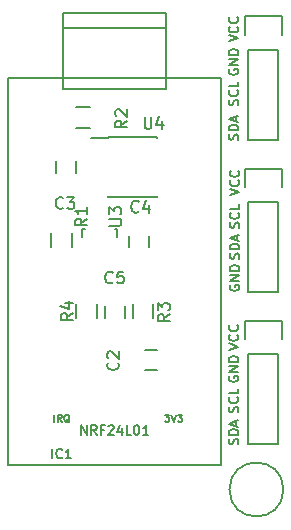
<source format=gto>
G04 #@! TF.FileFunction,Legend,Top*
%FSLAX46Y46*%
G04 Gerber Fmt 4.6, Leading zero omitted, Abs format (unit mm)*
G04 Created by KiCad (PCBNEW 4.0.2-stable) date Lundi 27 juin 2016 03:17:05*
%MOMM*%
G01*
G04 APERTURE LIST*
%ADD10C,0.100000*%
%ADD11C,0.150000*%
%ADD12C,0.200000*%
%ADD13C,0.160000*%
G04 APERTURE END LIST*
D10*
D11*
X52885715Y-68771429D02*
X52885715Y-68171429D01*
X53514286Y-68771429D02*
X53314286Y-68485714D01*
X53171429Y-68771429D02*
X53171429Y-68171429D01*
X53400001Y-68171429D01*
X53457143Y-68200000D01*
X53485715Y-68228571D01*
X53514286Y-68285714D01*
X53514286Y-68371429D01*
X53485715Y-68428571D01*
X53457143Y-68457143D01*
X53400001Y-68485714D01*
X53171429Y-68485714D01*
X54171429Y-68828571D02*
X54114286Y-68800000D01*
X54057143Y-68742857D01*
X53971429Y-68657143D01*
X53914286Y-68628571D01*
X53857143Y-68628571D01*
X53885715Y-68771429D02*
X53828572Y-68742857D01*
X53771429Y-68685714D01*
X53742858Y-68571429D01*
X53742858Y-68371429D01*
X53771429Y-68257143D01*
X53828572Y-68200000D01*
X53885715Y-68171429D01*
X54000001Y-68171429D01*
X54057143Y-68200000D01*
X54114286Y-68257143D01*
X54142858Y-68371429D01*
X54142858Y-68571429D01*
X54114286Y-68685714D01*
X54057143Y-68742857D01*
X54000001Y-68771429D01*
X53885715Y-68771429D01*
X62257142Y-68171429D02*
X62628571Y-68171429D01*
X62428571Y-68400000D01*
X62514285Y-68400000D01*
X62571428Y-68428571D01*
X62599999Y-68457143D01*
X62628571Y-68514286D01*
X62628571Y-68657143D01*
X62599999Y-68714286D01*
X62571428Y-68742857D01*
X62514285Y-68771429D01*
X62342857Y-68771429D01*
X62285714Y-68742857D01*
X62257142Y-68714286D01*
X62800000Y-68171429D02*
X63000000Y-68771429D01*
X63200000Y-68171429D01*
X63342857Y-68171429D02*
X63714286Y-68171429D01*
X63514286Y-68400000D01*
X63600000Y-68400000D01*
X63657143Y-68428571D01*
X63685714Y-68457143D01*
X63714286Y-68514286D01*
X63714286Y-68657143D01*
X63685714Y-68714286D01*
X63657143Y-68742857D01*
X63600000Y-68771429D01*
X63428572Y-68771429D01*
X63371429Y-68742857D01*
X63342857Y-68714286D01*
D12*
X68423810Y-70671428D02*
X68461905Y-70557142D01*
X68461905Y-70366666D01*
X68423810Y-70290476D01*
X68385714Y-70252380D01*
X68309524Y-70214285D01*
X68233333Y-70214285D01*
X68157143Y-70252380D01*
X68119048Y-70290476D01*
X68080952Y-70366666D01*
X68042857Y-70519047D01*
X68004762Y-70595238D01*
X67966667Y-70633333D01*
X67890476Y-70671428D01*
X67814286Y-70671428D01*
X67738095Y-70633333D01*
X67700000Y-70595238D01*
X67661905Y-70519047D01*
X67661905Y-70328571D01*
X67700000Y-70214285D01*
X68461905Y-69871428D02*
X67661905Y-69871428D01*
X67661905Y-69680952D01*
X67700000Y-69566666D01*
X67776190Y-69490475D01*
X67852381Y-69452380D01*
X68004762Y-69414285D01*
X68119048Y-69414285D01*
X68271429Y-69452380D01*
X68347619Y-69490475D01*
X68423810Y-69566666D01*
X68461905Y-69680952D01*
X68461905Y-69871428D01*
X68233333Y-69109523D02*
X68233333Y-68728571D01*
X68461905Y-69185714D02*
X67661905Y-68919047D01*
X68461905Y-68652380D01*
X68423810Y-67952381D02*
X68461905Y-67838095D01*
X68461905Y-67647619D01*
X68423810Y-67571429D01*
X68385714Y-67533333D01*
X68309524Y-67495238D01*
X68233333Y-67495238D01*
X68157143Y-67533333D01*
X68119048Y-67571429D01*
X68080952Y-67647619D01*
X68042857Y-67800000D01*
X68004762Y-67876191D01*
X67966667Y-67914286D01*
X67890476Y-67952381D01*
X67814286Y-67952381D01*
X67738095Y-67914286D01*
X67700000Y-67876191D01*
X67661905Y-67800000D01*
X67661905Y-67609524D01*
X67700000Y-67495238D01*
X68385714Y-66695238D02*
X68423810Y-66733333D01*
X68461905Y-66847619D01*
X68461905Y-66923809D01*
X68423810Y-67038095D01*
X68347619Y-67114286D01*
X68271429Y-67152381D01*
X68119048Y-67190476D01*
X68004762Y-67190476D01*
X67852381Y-67152381D01*
X67776190Y-67114286D01*
X67700000Y-67038095D01*
X67661905Y-66923809D01*
X67661905Y-66847619D01*
X67700000Y-66733333D01*
X67738095Y-66695238D01*
X68461905Y-65971428D02*
X68461905Y-66352381D01*
X67661905Y-66352381D01*
X67700000Y-64909523D02*
X67661905Y-64985714D01*
X67661905Y-65099999D01*
X67700000Y-65214285D01*
X67776190Y-65290476D01*
X67852381Y-65328571D01*
X68004762Y-65366666D01*
X68119048Y-65366666D01*
X68271429Y-65328571D01*
X68347619Y-65290476D01*
X68423810Y-65214285D01*
X68461905Y-65099999D01*
X68461905Y-65023809D01*
X68423810Y-64909523D01*
X68385714Y-64871428D01*
X68119048Y-64871428D01*
X68119048Y-65023809D01*
X68461905Y-64528571D02*
X67661905Y-64528571D01*
X68461905Y-64071428D01*
X67661905Y-64071428D01*
X68461905Y-63690476D02*
X67661905Y-63690476D01*
X67661905Y-63500000D01*
X67700000Y-63385714D01*
X67776190Y-63309523D01*
X67852381Y-63271428D01*
X68004762Y-63233333D01*
X68119048Y-63233333D01*
X68271429Y-63271428D01*
X68347619Y-63309523D01*
X68423810Y-63385714D01*
X68461905Y-63500000D01*
X68461905Y-63690476D01*
X67661905Y-62666667D02*
X68461905Y-62400000D01*
X67661905Y-62133333D01*
X68385714Y-61409524D02*
X68423810Y-61447619D01*
X68461905Y-61561905D01*
X68461905Y-61638095D01*
X68423810Y-61752381D01*
X68347619Y-61828572D01*
X68271429Y-61866667D01*
X68119048Y-61904762D01*
X68004762Y-61904762D01*
X67852381Y-61866667D01*
X67776190Y-61828572D01*
X67700000Y-61752381D01*
X67661905Y-61638095D01*
X67661905Y-61561905D01*
X67700000Y-61447619D01*
X67738095Y-61409524D01*
X68385714Y-60609524D02*
X68423810Y-60647619D01*
X68461905Y-60761905D01*
X68461905Y-60838095D01*
X68423810Y-60952381D01*
X68347619Y-61028572D01*
X68271429Y-61066667D01*
X68119048Y-61104762D01*
X68004762Y-61104762D01*
X67852381Y-61066667D01*
X67776190Y-61028572D01*
X67700000Y-60952381D01*
X67661905Y-60838095D01*
X67661905Y-60761905D01*
X67700000Y-60647619D01*
X67738095Y-60609524D01*
X67761905Y-49566667D02*
X68561905Y-49300000D01*
X67761905Y-49033333D01*
X68485714Y-48309524D02*
X68523810Y-48347619D01*
X68561905Y-48461905D01*
X68561905Y-48538095D01*
X68523810Y-48652381D01*
X68447619Y-48728572D01*
X68371429Y-48766667D01*
X68219048Y-48804762D01*
X68104762Y-48804762D01*
X67952381Y-48766667D01*
X67876190Y-48728572D01*
X67800000Y-48652381D01*
X67761905Y-48538095D01*
X67761905Y-48461905D01*
X67800000Y-48347619D01*
X67838095Y-48309524D01*
X68485714Y-47509524D02*
X68523810Y-47547619D01*
X68561905Y-47661905D01*
X68561905Y-47738095D01*
X68523810Y-47852381D01*
X68447619Y-47928572D01*
X68371429Y-47966667D01*
X68219048Y-48004762D01*
X68104762Y-48004762D01*
X67952381Y-47966667D01*
X67876190Y-47928572D01*
X67800000Y-47852381D01*
X67761905Y-47738095D01*
X67761905Y-47661905D01*
X67800000Y-47547619D01*
X67838095Y-47509524D01*
X67800000Y-57209523D02*
X67761905Y-57285714D01*
X67761905Y-57399999D01*
X67800000Y-57514285D01*
X67876190Y-57590476D01*
X67952381Y-57628571D01*
X68104762Y-57666666D01*
X68219048Y-57666666D01*
X68371429Y-57628571D01*
X68447619Y-57590476D01*
X68523810Y-57514285D01*
X68561905Y-57399999D01*
X68561905Y-57323809D01*
X68523810Y-57209523D01*
X68485714Y-57171428D01*
X68219048Y-57171428D01*
X68219048Y-57323809D01*
X68561905Y-56828571D02*
X67761905Y-56828571D01*
X68561905Y-56371428D01*
X67761905Y-56371428D01*
X68561905Y-55990476D02*
X67761905Y-55990476D01*
X67761905Y-55800000D01*
X67800000Y-55685714D01*
X67876190Y-55609523D01*
X67952381Y-55571428D01*
X68104762Y-55533333D01*
X68219048Y-55533333D01*
X68371429Y-55571428D01*
X68447619Y-55609523D01*
X68523810Y-55685714D01*
X68561905Y-55800000D01*
X68561905Y-55990476D01*
X68523810Y-52352381D02*
X68561905Y-52238095D01*
X68561905Y-52047619D01*
X68523810Y-51971429D01*
X68485714Y-51933333D01*
X68409524Y-51895238D01*
X68333333Y-51895238D01*
X68257143Y-51933333D01*
X68219048Y-51971429D01*
X68180952Y-52047619D01*
X68142857Y-52200000D01*
X68104762Y-52276191D01*
X68066667Y-52314286D01*
X67990476Y-52352381D01*
X67914286Y-52352381D01*
X67838095Y-52314286D01*
X67800000Y-52276191D01*
X67761905Y-52200000D01*
X67761905Y-52009524D01*
X67800000Y-51895238D01*
X68485714Y-51095238D02*
X68523810Y-51133333D01*
X68561905Y-51247619D01*
X68561905Y-51323809D01*
X68523810Y-51438095D01*
X68447619Y-51514286D01*
X68371429Y-51552381D01*
X68219048Y-51590476D01*
X68104762Y-51590476D01*
X67952381Y-51552381D01*
X67876190Y-51514286D01*
X67800000Y-51438095D01*
X67761905Y-51323809D01*
X67761905Y-51247619D01*
X67800000Y-51133333D01*
X67838095Y-51095238D01*
X68561905Y-50371428D02*
X68561905Y-50752381D01*
X67761905Y-50752381D01*
X68523810Y-54971428D02*
X68561905Y-54857142D01*
X68561905Y-54666666D01*
X68523810Y-54590476D01*
X68485714Y-54552380D01*
X68409524Y-54514285D01*
X68333333Y-54514285D01*
X68257143Y-54552380D01*
X68219048Y-54590476D01*
X68180952Y-54666666D01*
X68142857Y-54819047D01*
X68104762Y-54895238D01*
X68066667Y-54933333D01*
X67990476Y-54971428D01*
X67914286Y-54971428D01*
X67838095Y-54933333D01*
X67800000Y-54895238D01*
X67761905Y-54819047D01*
X67761905Y-54628571D01*
X67800000Y-54514285D01*
X68561905Y-54171428D02*
X67761905Y-54171428D01*
X67761905Y-53980952D01*
X67800000Y-53866666D01*
X67876190Y-53790475D01*
X67952381Y-53752380D01*
X68104762Y-53714285D01*
X68219048Y-53714285D01*
X68371429Y-53752380D01*
X68447619Y-53790475D01*
X68523810Y-53866666D01*
X68561905Y-53980952D01*
X68561905Y-54171428D01*
X68333333Y-53409523D02*
X68333333Y-53028571D01*
X68561905Y-53485714D02*
X67761905Y-53219047D01*
X68561905Y-52952380D01*
X68423810Y-44871428D02*
X68461905Y-44757142D01*
X68461905Y-44566666D01*
X68423810Y-44490476D01*
X68385714Y-44452380D01*
X68309524Y-44414285D01*
X68233333Y-44414285D01*
X68157143Y-44452380D01*
X68119048Y-44490476D01*
X68080952Y-44566666D01*
X68042857Y-44719047D01*
X68004762Y-44795238D01*
X67966667Y-44833333D01*
X67890476Y-44871428D01*
X67814286Y-44871428D01*
X67738095Y-44833333D01*
X67700000Y-44795238D01*
X67661905Y-44719047D01*
X67661905Y-44528571D01*
X67700000Y-44414285D01*
X68461905Y-44071428D02*
X67661905Y-44071428D01*
X67661905Y-43880952D01*
X67700000Y-43766666D01*
X67776190Y-43690475D01*
X67852381Y-43652380D01*
X68004762Y-43614285D01*
X68119048Y-43614285D01*
X68271429Y-43652380D01*
X68347619Y-43690475D01*
X68423810Y-43766666D01*
X68461905Y-43880952D01*
X68461905Y-44071428D01*
X68233333Y-43309523D02*
X68233333Y-42928571D01*
X68461905Y-43385714D02*
X67661905Y-43119047D01*
X68461905Y-42852380D01*
X68423810Y-41952381D02*
X68461905Y-41838095D01*
X68461905Y-41647619D01*
X68423810Y-41571429D01*
X68385714Y-41533333D01*
X68309524Y-41495238D01*
X68233333Y-41495238D01*
X68157143Y-41533333D01*
X68119048Y-41571429D01*
X68080952Y-41647619D01*
X68042857Y-41800000D01*
X68004762Y-41876191D01*
X67966667Y-41914286D01*
X67890476Y-41952381D01*
X67814286Y-41952381D01*
X67738095Y-41914286D01*
X67700000Y-41876191D01*
X67661905Y-41800000D01*
X67661905Y-41609524D01*
X67700000Y-41495238D01*
X68385714Y-40695238D02*
X68423810Y-40733333D01*
X68461905Y-40847619D01*
X68461905Y-40923809D01*
X68423810Y-41038095D01*
X68347619Y-41114286D01*
X68271429Y-41152381D01*
X68119048Y-41190476D01*
X68004762Y-41190476D01*
X67852381Y-41152381D01*
X67776190Y-41114286D01*
X67700000Y-41038095D01*
X67661905Y-40923809D01*
X67661905Y-40847619D01*
X67700000Y-40733333D01*
X67738095Y-40695238D01*
X68461905Y-39971428D02*
X68461905Y-40352381D01*
X67661905Y-40352381D01*
X67700000Y-38909523D02*
X67661905Y-38985714D01*
X67661905Y-39099999D01*
X67700000Y-39214285D01*
X67776190Y-39290476D01*
X67852381Y-39328571D01*
X68004762Y-39366666D01*
X68119048Y-39366666D01*
X68271429Y-39328571D01*
X68347619Y-39290476D01*
X68423810Y-39214285D01*
X68461905Y-39099999D01*
X68461905Y-39023809D01*
X68423810Y-38909523D01*
X68385714Y-38871428D01*
X68119048Y-38871428D01*
X68119048Y-39023809D01*
X68461905Y-38528571D02*
X67661905Y-38528571D01*
X68461905Y-38071428D01*
X67661905Y-38071428D01*
X68461905Y-37690476D02*
X67661905Y-37690476D01*
X67661905Y-37500000D01*
X67700000Y-37385714D01*
X67776190Y-37309523D01*
X67852381Y-37271428D01*
X68004762Y-37233333D01*
X68119048Y-37233333D01*
X68271429Y-37271428D01*
X68347619Y-37309523D01*
X68423810Y-37385714D01*
X68461905Y-37500000D01*
X68461905Y-37690476D01*
X67661905Y-36566667D02*
X68461905Y-36300000D01*
X67661905Y-36033333D01*
X68385714Y-35309524D02*
X68423810Y-35347619D01*
X68461905Y-35461905D01*
X68461905Y-35538095D01*
X68423810Y-35652381D01*
X68347619Y-35728572D01*
X68271429Y-35766667D01*
X68119048Y-35804762D01*
X68004762Y-35804762D01*
X67852381Y-35766667D01*
X67776190Y-35728572D01*
X67700000Y-35652381D01*
X67661905Y-35538095D01*
X67661905Y-35461905D01*
X67700000Y-35347619D01*
X67738095Y-35309524D01*
X68385714Y-34509524D02*
X68423810Y-34547619D01*
X68461905Y-34661905D01*
X68461905Y-34738095D01*
X68423810Y-34852381D01*
X68347619Y-34928572D01*
X68271429Y-34966667D01*
X68119048Y-35004762D01*
X68004762Y-35004762D01*
X67852381Y-34966667D01*
X67776190Y-34928572D01*
X67700000Y-34852381D01*
X67661905Y-34738095D01*
X67661905Y-34661905D01*
X67700000Y-34547619D01*
X67738095Y-34509524D01*
D11*
X62350900Y-34182540D02*
X53650900Y-34182540D01*
X62350900Y-40587540D02*
X53650900Y-40587540D01*
X53650900Y-40587540D02*
X53650900Y-34182540D01*
X53650900Y-35412540D02*
X62350900Y-35412540D01*
X62350900Y-34182540D02*
X62350900Y-40587540D01*
X48956000Y-72440000D02*
X66990000Y-72440000D01*
X66990000Y-39674000D02*
X48956000Y-39674000D01*
X48956000Y-72440000D02*
X48956000Y-39674000D01*
X66990000Y-39674000D02*
X66990000Y-72440000D01*
X60600000Y-64350000D02*
X61600000Y-64350000D01*
X61600000Y-62650000D02*
X60600000Y-62650000D01*
X54750000Y-47700000D02*
X54750000Y-46700000D01*
X53050000Y-46700000D02*
X53050000Y-47700000D01*
X52625000Y-54000000D02*
X52625000Y-52800000D01*
X54375000Y-52800000D02*
X54375000Y-54000000D01*
X55900000Y-43875000D02*
X54700000Y-43875000D01*
X54700000Y-42125000D02*
X55900000Y-42125000D01*
X55200180Y-53150800D02*
X55200180Y-52449760D01*
X55200180Y-52449760D02*
X55449100Y-52449760D01*
X57999160Y-52449760D02*
X58199820Y-52449760D01*
X58199820Y-52449760D02*
X58199820Y-53150800D01*
X57425000Y-44625000D02*
X57425000Y-44770000D01*
X61575000Y-44625000D02*
X61575000Y-44770000D01*
X61575000Y-49775000D02*
X61575000Y-49630000D01*
X57425000Y-49775000D02*
X57425000Y-49630000D01*
X57425000Y-44625000D02*
X61575000Y-44625000D01*
X57425000Y-49775000D02*
X61575000Y-49775000D01*
X57425000Y-44770000D02*
X56025000Y-44770000D01*
X59250000Y-53000000D02*
X59250000Y-54000000D01*
X60950000Y-54000000D02*
X60950000Y-53000000D01*
X57150000Y-59000000D02*
X57150000Y-60000000D01*
X58850000Y-60000000D02*
X58850000Y-59000000D01*
X59525000Y-60000000D02*
X59525000Y-58800000D01*
X61275000Y-58800000D02*
X61275000Y-60000000D01*
X56475000Y-58800000D02*
X56475000Y-60000000D01*
X54725000Y-60000000D02*
X54725000Y-58800000D01*
X69330000Y-37270000D02*
X69330000Y-44890000D01*
X71870000Y-37270000D02*
X71870000Y-44890000D01*
X72150000Y-34450000D02*
X72150000Y-36000000D01*
X69330000Y-44890000D02*
X71870000Y-44890000D01*
X71870000Y-37270000D02*
X69330000Y-37270000D01*
X69050000Y-36000000D02*
X69050000Y-34450000D01*
X69050000Y-34450000D02*
X72150000Y-34450000D01*
X69330000Y-50170000D02*
X69330000Y-57790000D01*
X71870000Y-50170000D02*
X71870000Y-57790000D01*
X72150000Y-47350000D02*
X72150000Y-48900000D01*
X69330000Y-57790000D02*
X71870000Y-57790000D01*
X71870000Y-50170000D02*
X69330000Y-50170000D01*
X69050000Y-48900000D02*
X69050000Y-47350000D01*
X69050000Y-47350000D02*
X72150000Y-47350000D01*
X69330000Y-63070000D02*
X69330000Y-70690000D01*
X71870000Y-63070000D02*
X71870000Y-70690000D01*
X72150000Y-60250000D02*
X72150000Y-61800000D01*
X69330000Y-70690000D02*
X71870000Y-70690000D01*
X71870000Y-63070000D02*
X69330000Y-63070000D01*
X69050000Y-61800000D02*
X69050000Y-60250000D01*
X69050000Y-60250000D02*
X72150000Y-60250000D01*
X72286000Y-74500000D02*
G75*
G03X72286000Y-74500000I-2286000J0D01*
G01*
D13*
X52719048Y-71861905D02*
X52719048Y-71061905D01*
X53557143Y-71785714D02*
X53519048Y-71823810D01*
X53404762Y-71861905D01*
X53328572Y-71861905D01*
X53214286Y-71823810D01*
X53138095Y-71747619D01*
X53100000Y-71671429D01*
X53061905Y-71519048D01*
X53061905Y-71404762D01*
X53100000Y-71252381D01*
X53138095Y-71176190D01*
X53214286Y-71100000D01*
X53328572Y-71061905D01*
X53404762Y-71061905D01*
X53519048Y-71100000D01*
X53557143Y-71138095D01*
X54319048Y-71861905D02*
X53861905Y-71861905D01*
X54090476Y-71861905D02*
X54090476Y-71061905D01*
X54014286Y-71176190D01*
X53938095Y-71252381D01*
X53861905Y-71290476D01*
D11*
X58257143Y-63766666D02*
X58304762Y-63814285D01*
X58352381Y-63957142D01*
X58352381Y-64052380D01*
X58304762Y-64195238D01*
X58209524Y-64290476D01*
X58114286Y-64338095D01*
X57923810Y-64385714D01*
X57780952Y-64385714D01*
X57590476Y-64338095D01*
X57495238Y-64290476D01*
X57400000Y-64195238D01*
X57352381Y-64052380D01*
X57352381Y-63957142D01*
X57400000Y-63814285D01*
X57447619Y-63766666D01*
X57447619Y-63385714D02*
X57400000Y-63338095D01*
X57352381Y-63242857D01*
X57352381Y-63004761D01*
X57400000Y-62909523D01*
X57447619Y-62861904D01*
X57542857Y-62814285D01*
X57638095Y-62814285D01*
X57780952Y-62861904D01*
X58352381Y-63433333D01*
X58352381Y-62814285D01*
X55180952Y-69861905D02*
X55180952Y-69061905D01*
X55638095Y-69861905D01*
X55638095Y-69061905D01*
X56476190Y-69861905D02*
X56209523Y-69480952D01*
X56019047Y-69861905D02*
X56019047Y-69061905D01*
X56323809Y-69061905D01*
X56400000Y-69100000D01*
X56438095Y-69138095D01*
X56476190Y-69214286D01*
X56476190Y-69328571D01*
X56438095Y-69404762D01*
X56400000Y-69442857D01*
X56323809Y-69480952D01*
X56019047Y-69480952D01*
X57085714Y-69442857D02*
X56819047Y-69442857D01*
X56819047Y-69861905D02*
X56819047Y-69061905D01*
X57200000Y-69061905D01*
X57466666Y-69138095D02*
X57504761Y-69100000D01*
X57580952Y-69061905D01*
X57771428Y-69061905D01*
X57847618Y-69100000D01*
X57885714Y-69138095D01*
X57923809Y-69214286D01*
X57923809Y-69290476D01*
X57885714Y-69404762D01*
X57428571Y-69861905D01*
X57923809Y-69861905D01*
X58609523Y-69328571D02*
X58609523Y-69861905D01*
X58419047Y-69023810D02*
X58228571Y-69595238D01*
X58723809Y-69595238D01*
X59409524Y-69861905D02*
X59028571Y-69861905D01*
X59028571Y-69061905D01*
X59828571Y-69061905D02*
X59904762Y-69061905D01*
X59980952Y-69100000D01*
X60019047Y-69138095D01*
X60057143Y-69214286D01*
X60095238Y-69366667D01*
X60095238Y-69557143D01*
X60057143Y-69709524D01*
X60019047Y-69785714D01*
X59980952Y-69823810D01*
X59904762Y-69861905D01*
X59828571Y-69861905D01*
X59752381Y-69823810D01*
X59714285Y-69785714D01*
X59676190Y-69709524D01*
X59638095Y-69557143D01*
X59638095Y-69366667D01*
X59676190Y-69214286D01*
X59714285Y-69138095D01*
X59752381Y-69100000D01*
X59828571Y-69061905D01*
X60857143Y-69861905D02*
X60400000Y-69861905D01*
X60628571Y-69861905D02*
X60628571Y-69061905D01*
X60552381Y-69176190D01*
X60476190Y-69252381D01*
X60400000Y-69290476D01*
X53633334Y-50657143D02*
X53585715Y-50704762D01*
X53442858Y-50752381D01*
X53347620Y-50752381D01*
X53204762Y-50704762D01*
X53109524Y-50609524D01*
X53061905Y-50514286D01*
X53014286Y-50323810D01*
X53014286Y-50180952D01*
X53061905Y-49990476D01*
X53109524Y-49895238D01*
X53204762Y-49800000D01*
X53347620Y-49752381D01*
X53442858Y-49752381D01*
X53585715Y-49800000D01*
X53633334Y-49847619D01*
X53966667Y-49752381D02*
X54585715Y-49752381D01*
X54252381Y-50133333D01*
X54395239Y-50133333D01*
X54490477Y-50180952D01*
X54538096Y-50228571D01*
X54585715Y-50323810D01*
X54585715Y-50561905D01*
X54538096Y-50657143D01*
X54490477Y-50704762D01*
X54395239Y-50752381D01*
X54109524Y-50752381D01*
X54014286Y-50704762D01*
X53966667Y-50657143D01*
X55652381Y-51566666D02*
X55176190Y-51900000D01*
X55652381Y-52138095D02*
X54652381Y-52138095D01*
X54652381Y-51757142D01*
X54700000Y-51661904D01*
X54747619Y-51614285D01*
X54842857Y-51566666D01*
X54985714Y-51566666D01*
X55080952Y-51614285D01*
X55128571Y-51661904D01*
X55176190Y-51757142D01*
X55176190Y-52138095D01*
X55652381Y-50614285D02*
X55652381Y-51185714D01*
X55652381Y-50900000D02*
X54652381Y-50900000D01*
X54795238Y-50995238D01*
X54890476Y-51090476D01*
X54938095Y-51185714D01*
X59052381Y-43266666D02*
X58576190Y-43600000D01*
X59052381Y-43838095D02*
X58052381Y-43838095D01*
X58052381Y-43457142D01*
X58100000Y-43361904D01*
X58147619Y-43314285D01*
X58242857Y-43266666D01*
X58385714Y-43266666D01*
X58480952Y-43314285D01*
X58528571Y-43361904D01*
X58576190Y-43457142D01*
X58576190Y-43838095D01*
X58147619Y-42885714D02*
X58100000Y-42838095D01*
X58052381Y-42742857D01*
X58052381Y-42504761D01*
X58100000Y-42409523D01*
X58147619Y-42361904D01*
X58242857Y-42314285D01*
X58338095Y-42314285D01*
X58480952Y-42361904D01*
X59052381Y-42933333D01*
X59052381Y-42314285D01*
X57552381Y-52161905D02*
X58361905Y-52161905D01*
X58457143Y-52114286D01*
X58504762Y-52066667D01*
X58552381Y-51971429D01*
X58552381Y-51780952D01*
X58504762Y-51685714D01*
X58457143Y-51638095D01*
X58361905Y-51590476D01*
X57552381Y-51590476D01*
X57552381Y-51209524D02*
X57552381Y-50590476D01*
X57933333Y-50923810D01*
X57933333Y-50780952D01*
X57980952Y-50685714D01*
X58028571Y-50638095D01*
X58123810Y-50590476D01*
X58361905Y-50590476D01*
X58457143Y-50638095D01*
X58504762Y-50685714D01*
X58552381Y-50780952D01*
X58552381Y-51066667D01*
X58504762Y-51161905D01*
X58457143Y-51209524D01*
X60538095Y-42952381D02*
X60538095Y-43761905D01*
X60585714Y-43857143D01*
X60633333Y-43904762D01*
X60728571Y-43952381D01*
X60919048Y-43952381D01*
X61014286Y-43904762D01*
X61061905Y-43857143D01*
X61109524Y-43761905D01*
X61109524Y-42952381D01*
X62014286Y-43285714D02*
X62014286Y-43952381D01*
X61776190Y-42904762D02*
X61538095Y-43619048D01*
X62157143Y-43619048D01*
X60033334Y-50957143D02*
X59985715Y-51004762D01*
X59842858Y-51052381D01*
X59747620Y-51052381D01*
X59604762Y-51004762D01*
X59509524Y-50909524D01*
X59461905Y-50814286D01*
X59414286Y-50623810D01*
X59414286Y-50480952D01*
X59461905Y-50290476D01*
X59509524Y-50195238D01*
X59604762Y-50100000D01*
X59747620Y-50052381D01*
X59842858Y-50052381D01*
X59985715Y-50100000D01*
X60033334Y-50147619D01*
X60890477Y-50385714D02*
X60890477Y-51052381D01*
X60652381Y-50004762D02*
X60414286Y-50719048D01*
X61033334Y-50719048D01*
X57833334Y-56957143D02*
X57785715Y-57004762D01*
X57642858Y-57052381D01*
X57547620Y-57052381D01*
X57404762Y-57004762D01*
X57309524Y-56909524D01*
X57261905Y-56814286D01*
X57214286Y-56623810D01*
X57214286Y-56480952D01*
X57261905Y-56290476D01*
X57309524Y-56195238D01*
X57404762Y-56100000D01*
X57547620Y-56052381D01*
X57642858Y-56052381D01*
X57785715Y-56100000D01*
X57833334Y-56147619D01*
X58738096Y-56052381D02*
X58261905Y-56052381D01*
X58214286Y-56528571D01*
X58261905Y-56480952D01*
X58357143Y-56433333D01*
X58595239Y-56433333D01*
X58690477Y-56480952D01*
X58738096Y-56528571D01*
X58785715Y-56623810D01*
X58785715Y-56861905D01*
X58738096Y-56957143D01*
X58690477Y-57004762D01*
X58595239Y-57052381D01*
X58357143Y-57052381D01*
X58261905Y-57004762D01*
X58214286Y-56957143D01*
X62652381Y-59666666D02*
X62176190Y-60000000D01*
X62652381Y-60238095D02*
X61652381Y-60238095D01*
X61652381Y-59857142D01*
X61700000Y-59761904D01*
X61747619Y-59714285D01*
X61842857Y-59666666D01*
X61985714Y-59666666D01*
X62080952Y-59714285D01*
X62128571Y-59761904D01*
X62176190Y-59857142D01*
X62176190Y-60238095D01*
X61652381Y-59333333D02*
X61652381Y-58714285D01*
X62033333Y-59047619D01*
X62033333Y-58904761D01*
X62080952Y-58809523D01*
X62128571Y-58761904D01*
X62223810Y-58714285D01*
X62461905Y-58714285D01*
X62557143Y-58761904D01*
X62604762Y-58809523D01*
X62652381Y-58904761D01*
X62652381Y-59190476D01*
X62604762Y-59285714D01*
X62557143Y-59333333D01*
X54452381Y-59566666D02*
X53976190Y-59900000D01*
X54452381Y-60138095D02*
X53452381Y-60138095D01*
X53452381Y-59757142D01*
X53500000Y-59661904D01*
X53547619Y-59614285D01*
X53642857Y-59566666D01*
X53785714Y-59566666D01*
X53880952Y-59614285D01*
X53928571Y-59661904D01*
X53976190Y-59757142D01*
X53976190Y-60138095D01*
X53785714Y-58709523D02*
X54452381Y-58709523D01*
X53404762Y-58947619D02*
X54119048Y-59185714D01*
X54119048Y-58566666D01*
M02*

</source>
